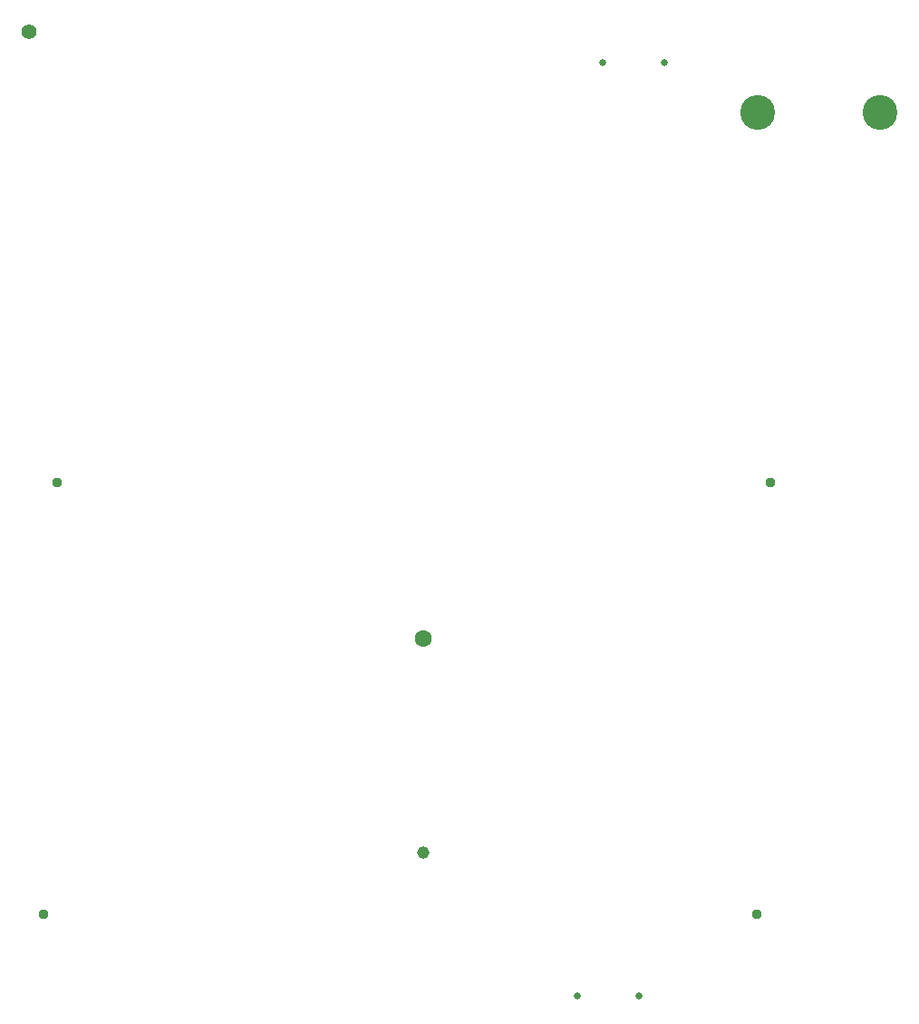
<source format=gbr>
%TF.GenerationSoftware,KiCad,Pcbnew,5.1.9+dfsg1-1*%
%TF.CreationDate,2022-05-04T16:16:05+02:00*%
%TF.ProjectId,kria-k26-devboard,6b726961-2d6b-4323-962d-646576626f61,rev?*%
%TF.SameCoordinates,Original*%
%TF.FileFunction,NonPlated,1,8,NPTH,Drill*%
%TF.FilePolarity,Positive*%
%FSLAX46Y46*%
G04 Gerber Fmt 4.6, Leading zero omitted, Abs format (unit mm)*
G04 Created by KiCad (PCBNEW 5.1.9+dfsg1-1) date 2022-05-04 16:16:05 commit c608b4a*
%MOMM*%
%LPD*%
G01*
G04 APERTURE LIST*
%TA.AperFunction,ComponentDrill*%
%ADD10C,0.650000*%
%TD*%
%TA.AperFunction,ComponentDrill*%
%ADD11C,0.950000*%
%TD*%
%TA.AperFunction,ComponentDrill*%
%ADD12C,1.150000*%
%TD*%
%TA.AperFunction,ComponentDrill*%
%ADD13C,1.400000*%
%TD*%
%TA.AperFunction,ComponentDrill*%
%ADD14C,1.600000*%
%TD*%
%TA.AperFunction,ComponentDrill*%
%ADD15C,3.250000*%
%TD*%
G04 APERTURE END LIST*
D10*
%TO.C,J8*%
X141460000Y-145400000D03*
%TO.C,J10*%
X143809000Y-58274000D03*
%TO.C,J8*%
X147240000Y-145400000D03*
%TO.C,J10*%
X149589000Y-58274000D03*
D11*
%TO.C,J_SOM240_1*%
X91576500Y-137756500D03*
X92846500Y-97486500D03*
%TO.C,J_SOM240_2*%
X158177000Y-137755500D03*
X159447000Y-97485500D03*
D12*
%TO.C,P1*%
X127038559Y-132024723D03*
D13*
%TO.C,J1*%
X90263000Y-55338000D03*
D14*
%TO.C,P1*%
X127038559Y-112024723D03*
D15*
%TO.C,J5*%
X158270000Y-62900000D03*
X169700000Y-62900000D03*
M02*

</source>
